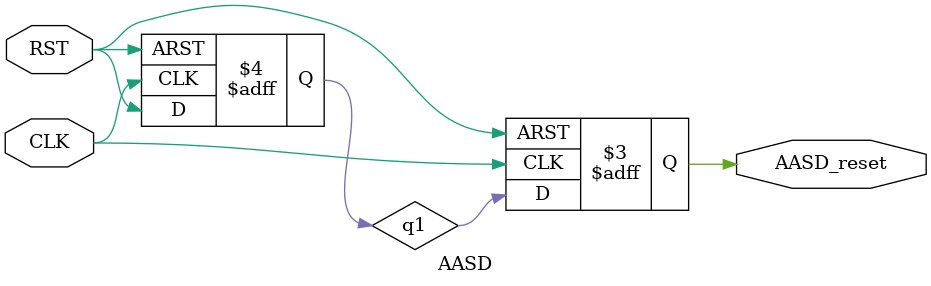
<source format=v>
/***************************************************************************  
 ***                                                                     ***  
 ***    ECE 526L      Adrian Amarilla Gomez, Fall, 2024                  ***  
 ***                                                                     ***  
 ***    LAB6                                                             ***  
 ***                                                                     ***  
 ***************************************************************************  
 ***    Filename: sr_latch.v Created by Adrian, Date 10/20/2024          ***  
 ***    --- Code documentation - 10/20/2024 ---                          ***  
 ***************************************************************************  
 ***    -Reset synchronizer module                                       ***
 ***************************************************************************/
`timescale 1ns/1ns
//Async assert the RST
//sync de-assert the RST
module AASD(RST, CLK, AASD_reset);
    input CLK, RST;
    output AASD_reset;
    
    reg q1, AASD_reset;

    always @(posedge CLK or negedge RST) begin
        if (!RST) begin
            q1 <= 1'b0;
            AASD_reset <= 1'b0;
        end else begin
            q1 <= RST;
            AASD_reset <= q1;
        end

    end
endmodule
</source>
